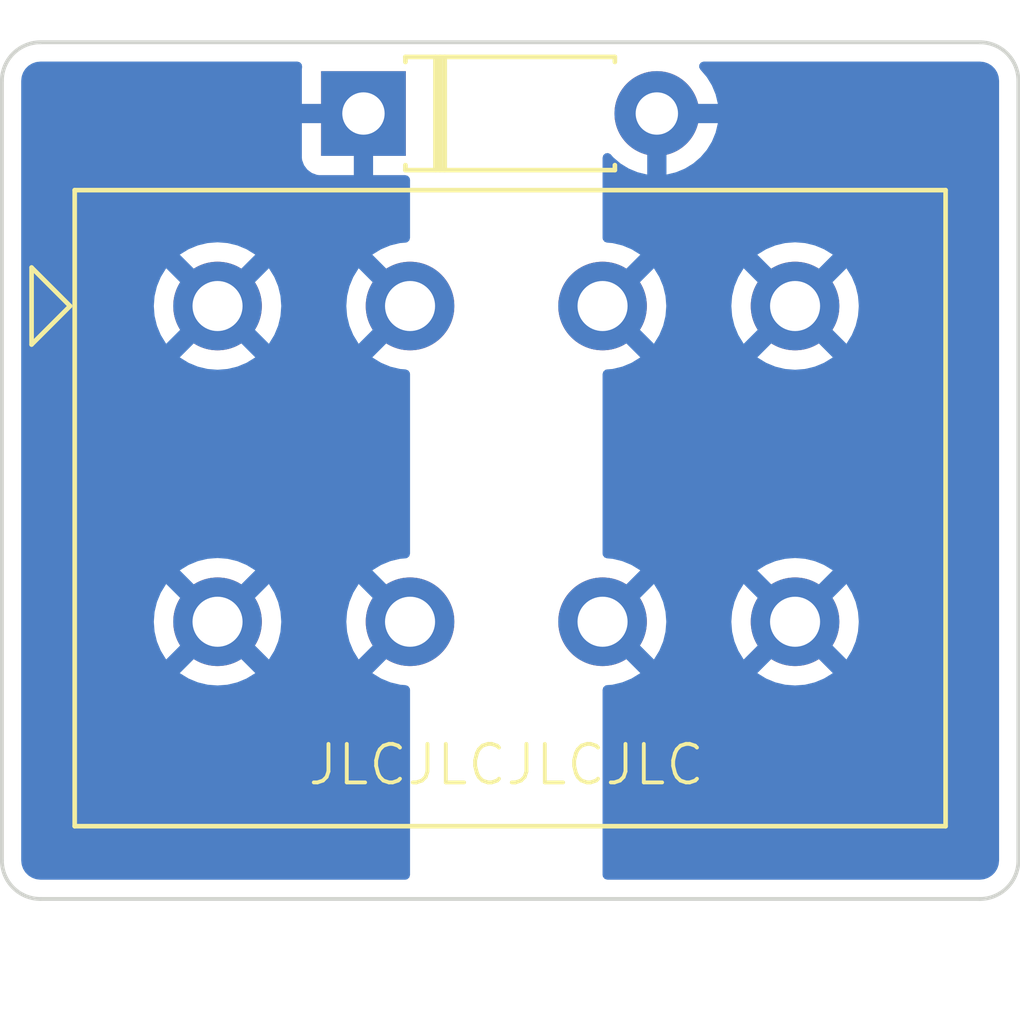
<source format=kicad_pcb>
(kicad_pcb (version 20240108) (generator "pcbnew") (generator_version "8.0")
  (layers (0 "F.Cu" signal) (31 "B.Cu" signal) (34 "B.Paste" user) (35 "F.Paste" user) (36 "B.SilkS" user "B.Silkscreen") (37 "F.SilkS" user "F.Silkscreen") (38 "B.Mask" user) (39 "F.Mask" user) (44 "Edge.Cuts" user))
  (net 0 "")
  (net 1 "Board_0-Net-(D3-A)")
  (net 2 "Board_0-Net-(D3-K)")
  (footprint "chaotic-neutral:Wago_2604-1104_1x04_P5.00mm_Horizontal" (layer "F.Cu") (at 140.9 26.85)
    (property "Reference" "J4" (hide yes))
    (property "Value" "SWITCH")
    (fp_line (start -4.83 -1) (end -4.83 1) (stroke (width 0.12)) (layer "F.SilkS"))
    (fp_line (start -4.83 1) (end -3.83 0) (stroke (width 0.12)) (layer "F.SilkS"))
    (fp_line (start -3.83 0) (end -4.83 -1) (stroke (width 0.12)) (layer "F.SilkS"))
    (fp_line (start -3.71 -3.01) (end -3.71 13.51) (stroke (width 0.12)) (layer "F.SilkS"))
    (fp_line (start 18.91 -3.01) (end -3.71 -3.01) (stroke (width 0.12)) (layer "F.SilkS"))
    (fp_line (start 18.91 -3.01) (end 18.91 13.51) (stroke (width 0.12)) (layer "F.SilkS"))
    (fp_line (start 18.91 13.51) (end -3.71 13.51) (stroke (width 0.12)) (layer "F.SilkS"))
    (pad "1" thru_hole circle (at 0 0) (size 2.3 2.3) (drill 1.3) (layers "*.Cu" "*.Mask") (net 2 "Board_0-Net-(D3-K)"))
    (pad "1" thru_hole circle (at 0 8.2) (size 2.3 2.3) (drill 1.3) (layers "*.Cu" "*.Mask") (net 2 "Board_0-Net-(D3-K)"))
    (pad "2" thru_hole circle (at 5 0) (size 2.3 2.3) (drill 1.3) (layers "*.Cu" "*.Mask") (net 2 "Board_0-Net-(D3-K)"))
    (pad "2" thru_hole circle (at 5 8.2) (size 2.3 2.3) (drill 1.3) (layers "*.Cu" "*.Mask") (net 2 "Board_0-Net-(D3-K)"))
    (pad "3" thru_hole circle (at 10 0) (size 2.3 2.3) (drill 1.3) (layers "*.Cu" "*.Mask") (net 1 "Board_0-Net-(D3-A)"))
    (pad "3" thru_hole circle (at 10 8.2) (size 2.3 2.3) (drill 1.3) (layers "*.Cu" "*.Mask") (net 1 "Board_0-Net-(D3-A)"))
    (pad "4" thru_hole circle (at 15 0) (size 2.3 2.3) (drill 1.3) (layers "*.Cu" "*.Mask") (net 1 "Board_0-Net-(D3-A)"))
    (pad "4" thru_hole circle (at 15 8.2) (size 2.3 2.3) (drill 1.3) (layers "*.Cu" "*.Mask") (net 1 "Board_0-Net-(D3-A)"))
  )
  (footprint "Diode_THT:D_DO-41_SOD81_P7.62mm_Horizontal" (layer "F.Cu") (at 144.69 21.85)
    (property "Reference" "D3" (hide yes))
    (property "Value" "1N4004")
    (fp_line (start 1.09 -1.47) (end 6.53 -1.47) (stroke (width 0.12)) (layer "F.SilkS"))
    (fp_line (start 1.09 -1.34) (end 1.09 -1.47) (stroke (width 0.12)) (layer "F.SilkS"))
    (fp_line (start 1.09 1.34) (end 1.09 1.47) (stroke (width 0.12)) (layer "F.SilkS"))
    (fp_line (start 1.09 1.47) (end 6.53 1.47) (stroke (width 0.12)) (layer "F.SilkS"))
    (fp_line (start 1.87 -1.47) (end 1.87 1.47) (stroke (width 0.12)) (layer "F.SilkS"))
    (fp_line (start 1.99 -1.47) (end 1.99 1.47) (stroke (width 0.12)) (layer "F.SilkS"))
    (fp_line (start 2.11 -1.47) (end 2.11 1.47) (stroke (width 0.12)) (layer "F.SilkS"))
    (fp_line (start 6.53 -1.47) (end 6.53 -1.34) (stroke (width 0.12)) (layer "F.SilkS"))
    (fp_line (start 6.53 1.47) (end 6.53 1.34) (stroke (width 0.12)) (layer "F.SilkS"))
    (pad "1" thru_hole rect (at 0 0) (size 2.2 2.2) (drill 1.1) (layers "*.Cu" "*.Mask") (net 2 "Board_0-Net-(D3-K)"))
    (pad "2" thru_hole oval (at 7.62 0) (size 2.2 2.2) (drill 1.1) (layers "*.Cu" "*.Mask") (net 1 "Board_0-Net-(D3-A)"))
  )
  (gr_arc (start 136.3 42.25) (mid 135.592893 41.957106) (end 135.3 41.25) (stroke (width 0.1)) (layer "Edge.Cuts"))
  (gr_line (start 136.3 20) (end 160.7 20) (stroke (width 0.1)) (layer "Edge.Cuts"))
  (gr_line (start 160.7 42.25) (end 136.3 42.25) (stroke (width 0.1)) (layer "Edge.Cuts"))
  (gr_arc (start 135.3 21) (mid 135.592893 20.292893) (end 136.3 20) (stroke (width 0.1)) (layer "Edge.Cuts"))
  (gr_line (start 135.3 41.25) (end 135.3 21) (stroke (width 0.1)) (layer "Edge.Cuts"))
  (gr_line (start 161.7 21) (end 161.7 41.25) (stroke (width 0.1)) (layer "Edge.Cuts"))
  (gr_arc (start 161.7 41.25) (mid 161.407106 41.957106) (end 160.7 42.25) (stroke (width 0.1)) (layer "Edge.Cuts"))
  (gr_arc (start 160.7 20) (mid 161.407106 20.292893) (end 161.7 21) (stroke (width 0.1)) (layer "Edge.Cuts"))
  (gr_text "JLCJLCJLCJLC" (at 148.4 39.35 0) (layer "F.SilkS") (effects (font (size 1 1) (thickness 0.1)) (justify bottom)))
  (zone (net 2) (net_name "Board_0-Net-(D3-K)") (layer "B.Cu") (connect_pads (clearance 0.5)) (min_thickness 0.25) (fill yes (thermal_gap 0.5) (thermal_bridge_width 0.5))
    (polygon (pts (xy 145.9 20) (xy 145.9 42.25) (xy 135.3 42.25) (xy 135.3 20)))
  )
  (zone (net 1) (net_name "Board_0-Net-(D3-A)") (layer "B.Cu") (priority 1) (connect_pads (clearance 0.5)) (min_thickness 0.25) (fill yes (thermal_gap 0.5) (thermal_bridge_width 0.5))
    (polygon (pts (xy 150.9 20) (xy 161.7 20) (xy 161.7 42.25) (xy 150.9 42.25)))
  )
)
</source>
